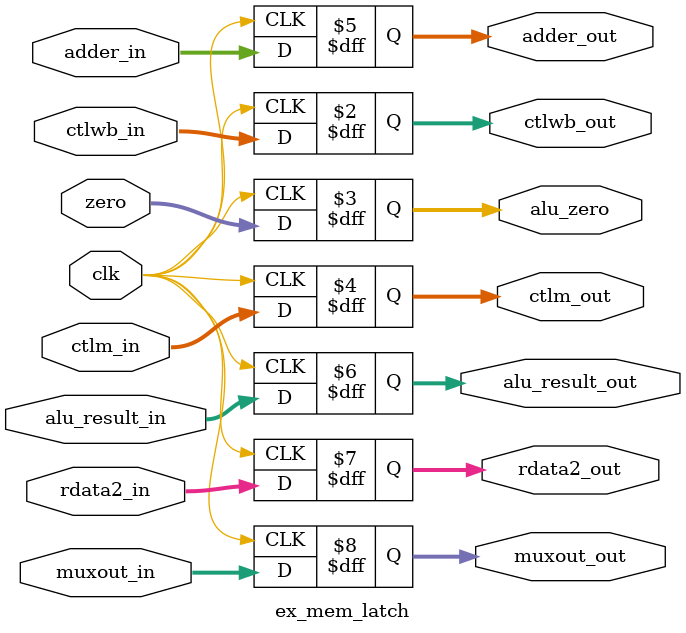
<source format=v>
`timescale 1ns / 1ps


module ex_mem_latch(
        input clk,
        input [1:0] ctlwb_in, zero,
        input[1:0] ctlm_in,
        input[31:0] adder_in,
        input [31:0]alu_result_in,
        input [31:0] rdata2_in,
        input [4:0]muxout_in,
        output reg [1:0] ctlwb_out, alu_zero,
        output reg [1:0] ctlm_out,
        output reg [31:0] adder_out,
        output reg [31:0] alu_result_out,
        output reg [31:0] rdata2_out,
        output reg [4:0] muxout_out    
    );
    
    always@ (posedge clk) 
        begin
            alu_zero <= zero;
            ctlwb_out <= ctlwb_in;
            ctlm_out <= ctlm_in ;
            adder_out <= adder_in;
            alu_result_out <= alu_result_in;
            rdata2_out <= rdata2_in;
            muxout_out <= muxout_in;         
        end  
endmodule

</source>
